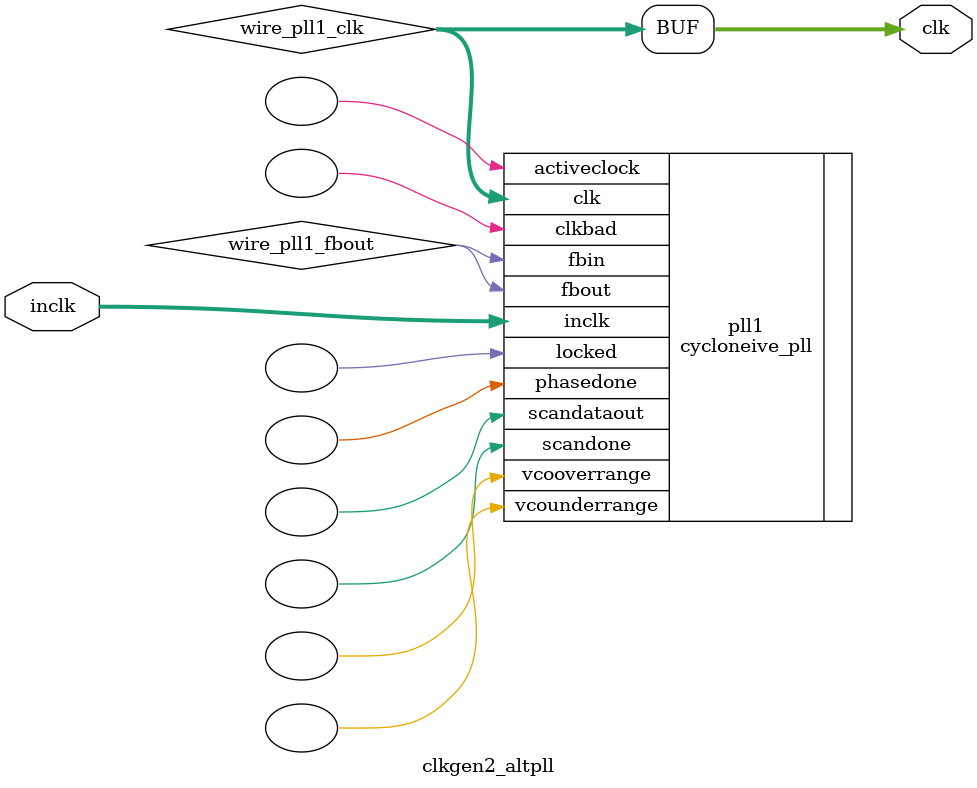
<source format=v>






//synthesis_resources = cycloneive_pll 1 
//synopsys translate_off
`timescale 1 ps / 1 ps
//synopsys translate_on
module  clkgen2_altpll
	( 
	clk,
	inclk) /* synthesis synthesis_clearbox=1 */;
	output   [4:0]  clk;
	input   [1:0]  inclk;
`ifndef ALTERA_RESERVED_QIS
// synopsys translate_off
`endif
	tri0   [1:0]  inclk;
`ifndef ALTERA_RESERVED_QIS
// synopsys translate_on
`endif

	wire  [4:0]   wire_pll1_clk;
	wire  wire_pll1_fbout;

	cycloneive_pll   pll1
	( 
	.activeclock(),
	.clk(wire_pll1_clk),
	.clkbad(),
	.fbin(wire_pll1_fbout),
	.fbout(wire_pll1_fbout),
	.inclk(inclk),
	.locked(),
	.phasedone(),
	.scandataout(),
	.scandone(),
	.vcooverrange(),
	.vcounderrange()
	`ifndef FORMAL_VERIFICATION
	// synopsys translate_off
	`endif
	,
	.areset(1'b0),
	.clkswitch(1'b0),
	.configupdate(1'b0),
	.pfdena(1'b1),
	.phasecounterselect({3{1'b0}}),
	.phasestep(1'b0),
	.phaseupdown(1'b0),
	.scanclk(1'b0),
	.scanclkena(1'b1),
	.scandata(1'b0)
	`ifndef FORMAL_VERIFICATION
	// synopsys translate_on
	`endif
	);
	defparam
		pll1.bandwidth_type = "auto",
		pll1.clk0_divide_by = 5,
		pll1.clk0_duty_cycle = 50,
		pll1.clk0_multiply_by = 2,
		pll1.clk0_phase_shift = "0",
		pll1.compensate_clock = "clk0",
		pll1.inclk0_input_frequency = 20000,
		pll1.operation_mode = "normal",
		pll1.pll_type = "auto",
		pll1.lpm_type = "cycloneive_pll";
	assign
		clk = {wire_pll1_clk[4:0]};
endmodule //clkgen2_altpll
//VALID FILE

</source>
